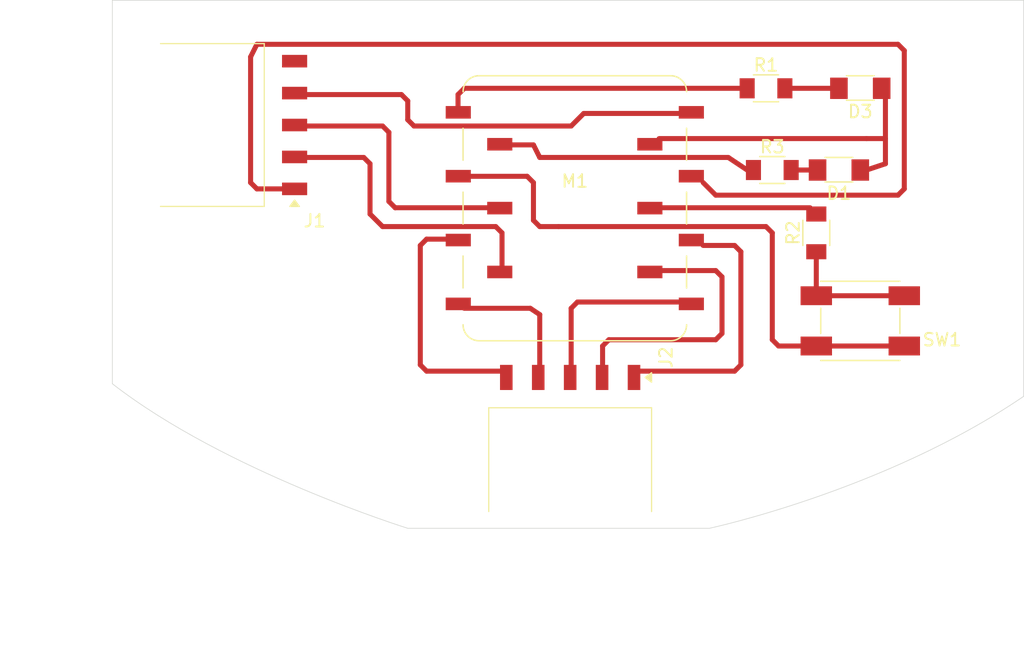
<source format=kicad_pcb>
(kicad_pcb (version 20241229) (generator "pcbnew") (generator_version "9.0")
  (layers (0 "F.Cu" signal) (2 "B.Cu" signal) (13 "F.Paste" user) (15 "B.Paste" user) (5 "F.SilkS" user "F.Silkscreen") (7 "B.SilkS" user "B.Silkscreen") (1 "F.Mask" user) (3 "B.Mask" user) (25 "Edge.Cuts" user))
  (net 0 "")
  (net 1 "Net-(D3-A)")
  (net 2 "PWR_GND")
  (net 3 "Net-(M1-D0)")
  (net 4 "Net-(M1-D6)")
  (net 5 "+5V")
  (net 6 "Net-(M1-D4)")
  (net 7 "Net-(M1-D8)")
  (net 8 "Net-(M1-D7)")
  (net 9 "Net-(M1-D9)")
  (net 10 "Net-(D1-A)")
  (net 11 "Net-(M1-D1)")
  (net 12 "Net-(M1-D2)")
  (net 13 "Net-(M1-D10)")
  (net 14 "Net-(R2-Pad1)")
  (net 15 "Earth")
  (net 16 "PWR_3V3")
  (net 17 "Net-(M1-D5)")
  (net 18 "Net-(M1-D3)")
  (footprint "PCM_fab:Button_Omron_B3SN_6.0x6.0mm" (layer "F.Cu") (at 181 69.5)
    (property "Reference" "SW1" (at 6.5 1.5 0) (layer "F.SilkS"))
    (property "Value" "Switch_Tactile_Omron")
    (fp_line (start -3.15 -3.15) (end 3.15 -3.15) (stroke (width 0.12)) (layer "F.SilkS"))
    (fp_line (start -3.15 1) (end -3.15 -1) (stroke (width 0.12)) (layer "F.SilkS"))
    (fp_line (start 3.15 -1) (end 3.15 1) (stroke (width 0.12)) (layer "F.SilkS"))
    (fp_line (start 3.15 3.15) (end -3.15 3.15) (stroke (width 0.12)) (layer "F.SilkS"))
    (pad "1" smd rect (at -3.5 -2) (size 2.5 1.5) (layers "F.Cu" "F.Mask" "F.Paste") (net 14 "Net-(R2-Pad1)"))
    (pad "1" smd rect (at 3.5 -2) (size 2.5 1.5) (layers "F.Cu" "F.Mask" "F.Paste") (net 14 "Net-(R2-Pad1)"))
    (pad "2" smd rect (at -3.5 2) (size 2.5 1.5) (layers "F.Cu" "F.Mask" "F.Paste") (net 12 "Net-(M1-D2)"))
    (pad "2" smd rect (at 3.5 2) (size 2.5 1.5) (layers "F.Cu" "F.Mask" "F.Paste") (net 12 "Net-(M1-D2)"))
  )
  (footprint "PCM_fab:PinSocket_01x05_P2.54mm_Horizontal_SMD" (layer "F.Cu") (at 136 59 180)
    (property "Reference" "J1" (at -0.635 -2.54 0) (layer "F.SilkS") (effects (justify left)))
    (property "Value" "PinSocket_01x05_P2.54mm_Horizontal_SMD I2C")
    (fp_line (start 10.668 -1.397) (end 2.413 -1.397) (stroke (width 0.1)) (layer "F.SilkS"))
    (fp_line (start 2.413 11.557) (end 10.668 11.557) (stroke (width 0.1)) (layer "F.SilkS"))
    (fp_line (start 2.413 -1.397) (end 2.413 11.557) (stroke (width 0.1)) (layer "F.SilkS"))
    (fp_poly (pts (xy 0 -0.889) (xy -0.381 -1.397) (xy 0.381 -1.397)) (stroke (width 0.1)) (fill yes) (layer "F.SilkS"))
    (pad "1" smd rect (at 0 0 180) (size 2 1) (layers "F.Cu" "F.Mask" "F.Paste") (net 16 "PWR_3V3"))
    (pad "2" smd rect (at 0 2.54 180) (size 2 1) (layers "F.Cu" "F.Mask" "F.Paste") (net 17 "Net-(M1-D5)"))
    (pad "3" smd rect (at 0 5.08 180) (size 2 1) (layers "F.Cu" "F.Mask" "F.Paste") (net 18 "Net-(M1-D3)"))
    (pad "4" smd rect (at 0 7.62 180) (size 2 1) (layers "F.Cu" "F.Mask" "F.Paste") (net 5 "+5V"))
    (pad "5" smd rect (at 0 10.16 180) (size 2 1) (layers "F.Cu" "F.Mask" "F.Paste") (net 15 "Earth"))
  )
  (footprint "PCM_fab:R_1206" (layer "F.Cu") (at 174 57.5)
    (property "Reference" "R3" (at 0 -1.85 0) (layer "F.SilkS"))
    (property "Value" "R_1k")
    (fp_line (start -1 -1.07) (end 1 -1.07) (stroke (width 0.12)) (layer "F.SilkS"))
    (fp_line (start 1 1.07) (end -1 1.07) (stroke (width 0.12)) (layer "F.SilkS"))
    (pad "1" smd rect (at -1.5 0) (size 1.2 1.6) (layers "F.Cu" "F.Mask" "F.Paste") (net 11 "Net-(M1-D1)"))
    (pad "2" smd rect (at 1.5 0) (size 1.2 1.6) (layers "F.Cu" "F.Mask" "F.Paste") (net 10 "Net-(D1-A)"))
  )
  (footprint "PCM_fab:R_1206" (layer "F.Cu") (at 177.5 62.5 90)
    (property "Reference" "R2" (at 0 -1.85 90) (layer "F.SilkS"))
    (property "Value" "R_10k")
    (fp_line (start -1 -1.07) (end 1 -1.07) (stroke (width 0.12)) (layer "F.SilkS"))
    (fp_line (start 1 1.07) (end -1 1.07) (stroke (width 0.12)) (layer "F.SilkS"))
    (pad "1" smd rect (at -1.5 0 90) (size 1.2 1.6) (layers "F.Cu" "F.Mask" "F.Paste") (net 14 "Net-(R2-Pad1)"))
    (pad "2" smd rect (at 1.5 0 90) (size 1.2 1.6) (layers "F.Cu" "F.Mask" "F.Paste") (net 13 "Net-(M1-D10)"))
  )
  (footprint "PCM_fab:LED_1206" (layer "F.Cu") (at 179.3 57.5 180)
    (property "Reference" "D1" (at 0 -1.85 0) (layer "F.SilkS"))
    (property "Value" "LED_1206")
    (fp_line (start -1.1 1) (end 1.1 1) (stroke (width 0.12)) (layer "F.SilkS"))
    (fp_line (start -1.1 -0.95) (end 1.1 -0.95) (stroke (width 0.12)) (layer "F.SilkS"))
    (pad "1" smd rect (at -1.7 0 180) (size 1.4 1.7) (layers "F.Cu" "F.Mask" "F.Paste") (net 2 "PWR_GND"))
    (pad "2" smd rect (at 1.7 0 180) (size 1.4 1.7) (layers "F.Cu" "F.Mask" "F.Paste") (net 10 "Net-(D1-A)"))
  )
  (footprint "PCM_fab:PinSocket_01x05_P2.54mm_Horizontal_SMD" (layer "F.Cu") (at 163 74 -90)
    (property "Reference" "J2" (at -0.635 -2.54 90) (layer "F.SilkS") (effects (justify left)))
    (property "Value" "PinSocket_01x05_P2.54mm_Horizontal_SMD I2C")
    (fp_line (start 2.413 11.557) (end 10.668 11.557) (stroke (width 0.1)) (layer "F.SilkS"))
    (fp_line (start 2.413 -1.397) (end 2.413 11.557) (stroke (width 0.1)) (layer "F.SilkS"))
    (fp_line (start 10.668 -1.397) (end 2.413 -1.397) (stroke (width 0.1)) (layer "F.SilkS"))
    (fp_poly (pts (xy 0 -0.889) (xy -0.381 -1.397) (xy 0.381 -1.397)) (stroke (width 0.1)) (fill yes) (layer "F.SilkS"))
    (pad "1" smd rect (at 0 0 270) (size 2 1) (layers "F.Cu" "F.Mask" "F.Paste") (net 9 "Net-(M1-D9)"))
    (pad "2" smd rect (at 0 2.54 270) (size 2 1) (layers "F.Cu" "F.Mask" "F.Paste") (net 7 "Net-(M1-D8)"))
    (pad "3" smd rect (at 0 5.08 270) (size 2 1) (layers "F.Cu" "F.Mask" "F.Paste") (net 8 "Net-(M1-D7)"))
    (pad "4" smd rect (at 0 7.62 270) (size 2 1) (layers "F.Cu" "F.Mask" "F.Paste") (net 4 "Net-(M1-D6)"))
    (pad "5" smd rect (at 0 10.16 270) (size 2 1) (layers "F.Cu" "F.Mask" "F.Paste") (net 6 "Net-(M1-D4)"))
  )
  (footprint "PCM_fab:R_1206" (layer "F.Cu") (at 173.5 51)
    (property "Reference" "R1" (at 0 -1.85 0) (layer "F.SilkS"))
    (property "Value" "R_1k")
    (fp_line (start -1 -1.07) (end 1 -1.07) (stroke (width 0.12)) (layer "F.SilkS"))
    (fp_line (start 1 1.07) (end -1 1.07) (stroke (width 0.12)) (layer "F.SilkS"))
    (pad "1" smd rect (at -1.5 0) (size 1.2 1.6) (layers "F.Cu" "F.Mask" "F.Paste") (net 3 "Net-(M1-D0)"))
    (pad "2" smd rect (at 1.5 0) (size 1.2 1.6) (layers "F.Cu" "F.Mask" "F.Paste") (net 1 "Net-(D3-A)"))
  )
  (footprint "PCM_fab:Module_XIAO_Generic_SocketSMD" (layer "F.Cu") (at 158.29 60.53)
    (property "Reference" "M1" (at 0.0025 -2.149 0) (layer "F.SilkS"))
    (property "Value" "Module_XIAO_Generic_SocketSMD")
    (fp_line (start -8.89 -6.35) (end -8.89 -3.81) (stroke (width 0.12)) (layer "F.SilkS"))
    (fp_line (start -8.89 -1.27) (end -8.89 1.27) (stroke (width 0.12)) (layer "F.SilkS"))
    (fp_line (start -8.89 3.81) (end -8.89 6.35) (stroke (width 0.12)) (layer "F.SilkS"))
    (fp_line (start -7.6175 -10.531) (end 7.6225 -10.531) (stroke (width 0.12)) (layer "F.SilkS"))
    (fp_line (start 7.6225 10.551) (end -7.6175 10.551) (stroke (width 0.12)) (layer "F.SilkS"))
    (fp_line (start 8.89 -6.35) (end 8.89 -3.81) (stroke (width 0.12)) (layer "F.SilkS"))
    (fp_line (start 8.89 -1.27) (end 8.89 1.27) (stroke (width 0.12)) (layer "F.SilkS"))
    (fp_line (start 8.89 3.81) (end 8.89 6.35) (stroke (width 0.12)) (layer "F.SilkS"))
    (fp_arc (start -8.8875 -9.261) (mid -8.515526 -10.159026) (end -7.6175 -10.531) (stroke (width 0.12)) (layer "F.SilkS"))
    (fp_arc (start -7.6175 10.551) (mid -8.515526 10.179026) (end -8.8875 9.281) (stroke (width 0.12)) (layer "F.SilkS"))
    (fp_arc (start 7.6225 -10.531) (mid 8.520526 -10.159026) (end 8.8925 -9.261) (stroke (width 0.12)) (layer "F.SilkS"))
    (fp_arc (start 8.8925 9.281) (mid 8.520526 10.179026) (end 7.6225 10.551) (stroke (width 0.12)) (layer "F.SilkS"))
    (pad "1" smd rect (at -9.27 -7.62) (size 2 1) (layers "F.Cu" "F.Mask" "F.Paste") (net 3 "Net-(M1-D0)"))
    (pad "2" smd rect (at -5.97 -5.08) (size 2 1) (layers "F.Cu" "F.Mask" "F.Paste") (net 11 "Net-(M1-D1)"))
    (pad "3" smd rect (at -9.27 -2.54) (size 2 1) (layers "F.Cu" "F.Mask" "F.Paste") (net 12 "Net-(M1-D2)"))
    (pad "4" smd rect (at -5.97 0) (size 2 1) (layers "F.Cu" "F.Mask" "F.Paste") (net 18 "Net-(M1-D3)"))
    (pad "5" smd rect (at -9.27 2.54) (size 2 1) (layers "F.Cu" "F.Mask" "F.Paste") (net 6 "Net-(M1-D4)"))
    (pad "6" smd rect (at -5.97 5.08) (size 2 1) (layers "F.Cu" "F.Mask" "F.Paste") (net 17 "Net-(M1-D5)"))
    (pad "7" smd rect (at -9.27 7.62) (size 2 1) (layers "F.Cu" "F.Mask" "F.Paste") (net 4 "Net-(M1-D6)"))
    (pad "8" smd rect (at 9.27 7.62) (size 2 1) (layers "F.Cu" "F.Mask" "F.Paste") (net 8 "Net-(M1-D7)"))
    (pad "9" smd rect (at 5.97 5.08) (size 2 1) (layers "F.Cu" "F.Mask" "F.Paste") (net 7 "Net-(M1-D8)"))
    (pad "10" smd rect (at 9.27 2.54) (size 2 1) (layers "F.Cu" "F.Mask" "F.Paste") (net 9 "Net-(M1-D9)"))
    (pad "11" smd rect (at 5.97 0) (size 2 1) (layers "F.Cu" "F.Mask" "F.Paste") (net 13 "Net-(M1-D10)"))
    (pad "12" smd rect (at 9.27 -2.54) (size 2 1) (layers "F.Cu" "F.Mask" "F.Paste") (net 16 "PWR_3V3"))
    (pad "13" smd rect (at 5.97 -5.08) (size 2 1) (layers "F.Cu" "F.Mask" "F.Paste") (net 2 "PWR_GND"))
    (pad "14" smd rect (at 9.27 -7.62) (size 2 1) (layers "F.Cu" "F.Mask" "F.Paste") (net 5 "+5V"))
  )
  (footprint "PCM_fab:LED_1206" (layer "F.Cu") (at 181 51 180)
    (property "Reference" "D3" (at 0 -1.85 0) (layer "F.SilkS"))
    (property "Value" "LED_1206")
    (fp_line (start -1.1 1) (end 1.1 1) (stroke (width 0.12)) (layer "F.SilkS"))
    (fp_line (start -1.1 -0.95) (end 1.1 -0.95) (stroke (width 0.12)) (layer "F.SilkS"))
    (pad "1" smd rect (at -1.7 0 180) (size 1.4 1.7) (layers "F.Cu" "F.Mask" "F.Paste") (net 2 "PWR_GND"))
    (pad "2" smd rect (at 1.7 0 180) (size 1.4 1.7) (layers "F.Cu" "F.Mask" "F.Paste") (net 1 "Net-(D3-A)"))
  )
  (gr_line (start 173.5 62) (end 157 62) (stroke (width 0.4)) (layer "F.Cu") (net 12))
  (gr_line (start 148 63) (end 146.5 63) (stroke (width 0.4)) (layer "F.Cu") (net 6))
  (gr_line (start 155 61.5) (end 155 58.5) (stroke (width 0.4)) (layer "F.Cu") (net 12))
  (gr_line (start 177.5 64) (end 177.5 67.5) (stroke (width 0.4)) (layer "F.Cu") (net 14))
  (gr_line (start 171 73.5) (end 163 73.5) (stroke (width 0.4)) (layer "F.Cu") (net 9))
  (gr_line (start 172 57.5) (end 170.5 56.5) (stroke (width 0.4)) (layer "F.Cu") (net 11))
  (gr_line (start 142 61) (end 142 57) (stroke (width 0.4)) (layer "F.Cu") (net 17))
  (gr_line (start 146 63.5) (end 146.5 63) (stroke (width 0.4)) (layer "F.Cu") (net 6))
  (gr_line (start 154.5 58) (end 155 58.5) (stroke (width 0.4)) (layer "F.Cu") (net 12))
  (gr_line (start 168.5 58.5) (end 169.5 59.5) (stroke (width 0.4)) (layer "F.Cu") (net 16))
  (gr_line (start 184 59.5) (end 184.5 59) (stroke (width 0.4)) (layer "F.Cu") (net 16))
  (gr_line (start 174.5 71.5) (end 174 71) (stroke (width 0.4)) (layer "F.Cu") (net 12))
  (gr_line (start 181.5 57.5) (end 183 57) (stroke (width 0.4)) (layer "F.Cu") (net 2))
  (gr_line (start 165 55) (end 181.5 55) (stroke (width 0.4)) (layer "F.Cu") (net 2))
  (gr_line (start 141.5 56.5) (end 136 56.5) (stroke (width 0.4)) (layer "F.Cu") (net 17))
  (gr_line (start 183 51) (end 183 57) (stroke (width 0.4)) (layer "F.Cu") (net 2))
  (gr_line (start 171 63.5) (end 171.5 64) (stroke (width 0.4)) (layer "F.Cu") (net 9))
  (gr_line (start 132.5 58.5) (end 133 59) (stroke (width 0.4)) (layer "F.Cu") (net 16))
  (gr_line (start 152 62) (end 152.5 62.5) (stroke (width 0.4)) (layer "F.Cu") (net 17))
  (gr_line (start 184.5 71.5) (end 177.5 71.5) (stroke (width 0.4)) (layer "F.Cu") (net 12))
  (gr_line (start 151.5 60.5) (end 144 60.5) (stroke (width 0.4)) (layer "F.Cu") (net 18))
  (gr_line (start 171 73.5) (end 171.5 73) (stroke (width 0.4)) (layer "F.Cu") (net 9))
  (gr_line (start 150 58) (end 154.5 58) (stroke (width 0.4)) (layer "F.Cu") (net 12))
  (gr_line (start 158.5 68) (end 158 68.5) (stroke (width 0.4)) (layer "F.Cu") (net 8))
  (gr_line (start 169.5 71) (end 170 70.5) (stroke (width 0.4)) (layer "F.Cu") (net 7))
  (gr_line (start 145 53.5) (end 145.5 54) (stroke (width 0.4)) (layer "F.Cu") (net 5))
  (gr_line (start 165 60.5) (end 177 60.5) (stroke (width 0.4)) (layer "F.Cu") (net 13))
  (gr_line (start 183 55) (end 181.5 55) (stroke (width 0.4)) (layer "F.Cu") (net 2))
  (gr_line (start 169.5 59.5) (end 184 59.5) (stroke (width 0.4)) (layer "F.Cu") (net 16))
  (gr_line (start 133 47.5) (end 132.5 48.5) (stroke (width 0.4)) (layer "F.Cu") (net 16))
  (gr_line (start 143 54) (end 136.5 54) (stroke (width 0.4)) (layer "F.Cu") (net 18))
  (gr_line (start 145.5 54) (end 158 54) (stroke (width 0.4)) (layer "F.Cu") (net 5))
  (gr_line (start 184.5 59) (end 184.5 48) (stroke (width 0.4)) (layer "F.Cu") (net 16))
  (gr_line (start 146 63.5) (end 146 73) (stroke (width 0.4)) (layer "F.Cu") (net 6))
  (gr_line (start 169.5 71) (end 161 71) (stroke (width 0.4)) (layer "F.Cu") (net 7))
  (gr_line (start 155.5 69) (end 155.5 73.5) (stroke (width 0.4)) (layer "F.Cu") (net 4))
  (gr_line (start 173.5 62) (end 174 62.5) (stroke (width 0.4)) (layer "F.Cu") (net 12))
  (gr_line (start 158 54) (end 159 53) (stroke (width 0.4)) (layer "F.Cu") (net 5))
  (gr_line (start 184.5 48) (end 184 47.5) (stroke (width 0.4)) (layer "F.Cu") (net 16))
  (gr_line (start 143 62) (end 142 61) (stroke (width 0.4)) (layer "F.Cu") (net 17))
  (gr_line (start 166.5 68) (end 158.5 68) (stroke (width 0.4)) (layer "F.Cu") (net 8))
  (gr_line (start 143.5 54.5) (end 143 54) (stroke (width 0.4)) (layer "F.Cu") (net 18))
  (gr_line (start 132.5 48.5) (end 132.5 58.5) (stroke (width 0.4)) (layer "F.Cu") (net 16))
  (gr_line (start 149.5 51) (end 172 51) (stroke (width 0.4)) (layer "F.Cu") (net 3))
  (gr_line (start 146 73) (end 146.5 73.5) (stroke (width 0.4)) (layer "F.Cu") (net 6))
  (gr_line (start 149 51.5) (end 149.5 51) (stroke (width 0.4)) (layer "F.Cu") (net 3))
  (gr_line (start 171.5 64) (end 171.5 73) (stroke (width 0.4)) (layer "F.Cu") (net 9))
  (gr_line (start 143.5 54.5) (end 143.5 60) (stroke (width 0.4)) (layer "F.Cu") (net 18))
  (gr_line (start 168.5 63.5) (end 171 63.5) (stroke (width 0.4)) (layer "F.Cu") (net 9))
  (gr_line (start 145 52) (end 145 53.5) (stroke (width 0.4)) (layer "F.Cu") (net 5))
  (gr_line (start 144.5 51.5) (end 145 52) (stroke (width 0.4)) (layer "F.Cu") (net 5))
  (gr_line (start 133 59) (end 136 59) (stroke (width 0.4)) (layer "F.Cu") (net 16))
  (gr_line (start 175 51) (end 179.5 51) (stroke (width 0.4)) (layer "F.Cu") (net 1))
  (gr_line (start 177.5 71.5) (end 174.5 71.5) (stroke (width 0.4)) (layer "F.Cu") (net 12))
  (gr_line (start 149.5 68.5) (end 154.75 68.5) (stroke (width 0.4)) (layer "F.Cu") (net 4))
  (gr_line (start 157 62) (end 155.5 62) (stroke (width 0.4)) (layer "F.Cu") (net 12))
  (gr_line (start 155.5 56.5) (end 155 55.5) (stroke (width 0.4)) (layer "F.Cu") (net 11))
  (gr_line (start 184 47.5) (end 133 47.5) (stroke (width 0.4)) (layer "F.Cu") (net 16))
  (gr_line (start 152 62) (end 143 62) (stroke (width 0.4)) (layer "F.Cu") (net 17))
  (gr_line (start 149 52.5) (end 149 51.5) (stroke (width 0.4)) (layer "F.Cu") (net 3))
  (gr_line (start 154.75 68.5) (end 155.5 69) (stroke (width 0.4)) (layer "F.Cu") (net 4))
  (gr_line (start 144 60.5) (end 143.5 60) (stroke (width 0.4)) (layer "F.Cu") (net 18))
  (gr_line (start 174 71) (end 174 62.5) (stroke (width 0.4)) (layer "F.Cu") (net 12))
  (gr_line (start 152.5 65.5) (end 152.5 62.5) (stroke (width 0.4)) (layer "F.Cu") (net 17))
  (gr_line (start 160.5 73) (end 160.5 71.5) (stroke (width 0.4)) (layer "F.Cu") (net 7))
  (gr_line (start 161 71) (end 160.5 71.5) (stroke (width 0.4)) (layer "F.Cu") (net 7))
  (gr_line (start 177.5 67.5) (end 184.5 67.5) (stroke (width 0.4)) (layer "F.Cu") (net 14))
  (gr_line (start 167.5 53) (end 159 53) (stroke (width 0.4)) (layer "F.Cu") (net 5))
  (gr_line (start 175.5 57.5) (end 177.5 57.5) (stroke (width 0.4)) (layer "F.Cu") (net 10))
  (gr_line (start 142 57) (end 141.5 56.5) (stroke (width 0.4)) (layer "F.Cu") (net 17))
  (gr_line (start 170.5 56.5) (end 155.5 56.5) (stroke (width 0.4)) (layer "F.Cu") (net 11))
  (gr_line (start 152.5 55.5) (end 155 55.5) (stroke (width 0.4)) (layer "F.Cu") (net 11))
  (gr_line (start 170 66) (end 170 70.5) (stroke (width 0.4)) (layer "F.Cu") (net 7))
  (gr_line (start 146.5 73.5) (end 153 73.5) (stroke (width 0.4)) (layer "F.Cu") (net 6))
  (gr_line (start 169.5 65.5) (end 170 66) (stroke (width 0.4)) (layer "F.Cu") (net 7))
  (gr_line (start 136.5 51.5) (end 144.5 51.5) (stroke (width 0.4)) (layer "F.Cu") (net 5))
  (gr_line (start 158 68.5) (end 158 73) (stroke (width 0.4)) (layer "F.Cu") (net 8))
  (gr_line (start 164 65.5) (end 169.5 65.5) (stroke (width 0.4)) (layer "F.Cu") (net 7))
  (gr_line (start 155.5 62) (end 155 61.5) (stroke (width 0.4)) (layer "F.Cu") (net 12))
  (gr_curve (pts (xy 194 75.5) (xy 183 83) (xy 169 86) (xy 169 86)) (stroke (width 0.05)) (layer "Edge.Cuts"))
  (gr_line (start 169 86) (end 145 86) (stroke (width 0.05)) (layer "Edge.Cuts"))
  (gr_line (start 121.5 44) (end 194 44) (stroke (width 0.05)) (layer "Edge.Cuts"))
  (gr_curve (pts (xy 121.5 74.5) (xy 130.5 81.5) (xy 145 86) (xy 145 86)) (stroke (width 0.05)) (layer "Edge.Cuts"))
  (gr_line (start 121.5 74.5) (end 121.5 44) (stroke (width 0.05)) (layer "Edge.Cuts"))
  (gr_line (start 194 44) (end 194 75.5) (stroke (width 0.05)) (layer "Edge.Cuts"))
)
</source>
